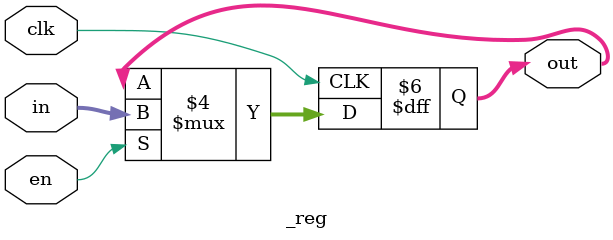
<source format=v>
module _reg(out, in, clk, en);
output reg [31:0] out;
input [31:0] in;
input clk, en;

always @(negedge clk) begin
	if(en == 1) out = in;
	else out = out;
end
endmodule

</source>
